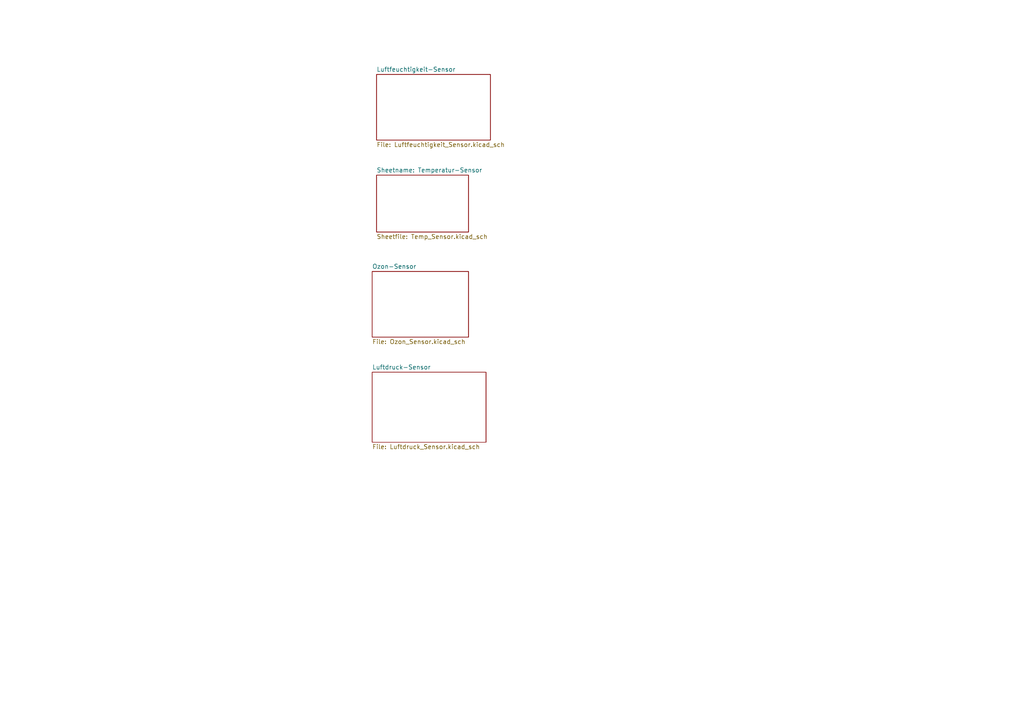
<source format=kicad_sch>
(kicad_sch
	(version 20231120)
	(generator "eeschema")
	(generator_version "8.0")
	(uuid "7cbe8151-7294-42e6-9c4e-6ec8952d674f")
	(paper "A4")
	(lib_symbols)
	(sheet
		(at 109.22 21.59)
		(size 33.02 19.05)
		(fields_autoplaced yes)
		(stroke
			(width 0.1524)
			(type solid)
		)
		(fill
			(color 0 0 0 0.0000)
		)
		(uuid "1c32aaa3-afad-4bd9-87f2-7ec40b07aa67")
		(property "Sheetname" "Luftfeuchtigkeit-Sensor"
			(at 109.22 20.8784 0)
			(effects
				(font
					(size 1.27 1.27)
				)
				(justify left bottom)
			)
		)
		(property "Sheetfile" "Luftfeuchtigkeit_Sensor.kicad_sch"
			(at 109.22 41.2246 0)
			(effects
				(font
					(size 1.27 1.27)
				)
				(justify left top)
			)
		)
		(instances
			(project "SensorBox"
				(path "/7cbe8151-7294-42e6-9c4e-6ec8952d674f"
					(page "5")
				)
			)
		)
	)
	(sheet
		(at 107.95 107.95)
		(size 33.02 20.32)
		(fields_autoplaced yes)
		(stroke
			(width 0.1524)
			(type solid)
		)
		(fill
			(color 0 0 0 0.0000)
		)
		(uuid "4c52dcef-16c4-4248-b44e-4d3cc6a659a9")
		(property "Sheetname" "Luftdruck-Sensor"
			(at 107.95 107.2384 0)
			(effects
				(font
					(size 1.27 1.27)
				)
				(justify left bottom)
			)
		)
		(property "Sheetfile" "Luftdruck_Sensor.kicad_sch"
			(at 107.95 128.8546 0)
			(effects
				(font
					(size 1.27 1.27)
				)
				(justify left top)
			)
		)
		(instances
			(project "SensorBox"
				(path "/7cbe8151-7294-42e6-9c4e-6ec8952d674f"
					(page "3")
				)
			)
		)
	)
	(sheet
		(at 109.22 50.8)
		(size 26.67 16.51)
		(fields_autoplaced yes)
		(stroke
			(width 0.1524)
			(type solid)
		)
		(fill
			(color 0 0 0 0.0000)
		)
		(uuid "4e108680-12ff-4cb8-b9bb-87f55612a553")
		(property "Sheetname" "Temperatur-Sensor"
			(at 109.22 50.0884 0)
			(show_name yes)
			(effects
				(font
					(size 1.27 1.27)
				)
				(justify left bottom)
			)
		)
		(property "Sheetfile" "Temp_Sensor.kicad_sch"
			(at 109.22 67.8946 0)
			(show_name yes)
			(effects
				(font
					(size 1.27 1.27)
				)
				(justify left top)
			)
		)
		(instances
			(project "SensorBox"
				(path "/7cbe8151-7294-42e6-9c4e-6ec8952d674f"
					(page "2")
				)
			)
		)
	)
	(sheet
		(at 107.95 78.74)
		(size 27.94 19.05)
		(fields_autoplaced yes)
		(stroke
			(width 0.1524)
			(type solid)
		)
		(fill
			(color 0 0 0 0.0000)
		)
		(uuid "cedf42a7-aa6b-4df6-871c-4aca42e7ffe1")
		(property "Sheetname" "Ozon-Sensor"
			(at 107.95 78.0284 0)
			(effects
				(font
					(size 1.27 1.27)
				)
				(justify left bottom)
			)
		)
		(property "Sheetfile" "Ozon_Sensor.kicad_sch"
			(at 107.95 98.3746 0)
			(effects
				(font
					(size 1.27 1.27)
				)
				(justify left top)
			)
		)
		(instances
			(project "SensorBox"
				(path "/7cbe8151-7294-42e6-9c4e-6ec8952d674f"
					(page "4")
				)
			)
		)
	)
	(sheet_instances
		(path "/"
			(page "1")
		)
	)
)

</source>
